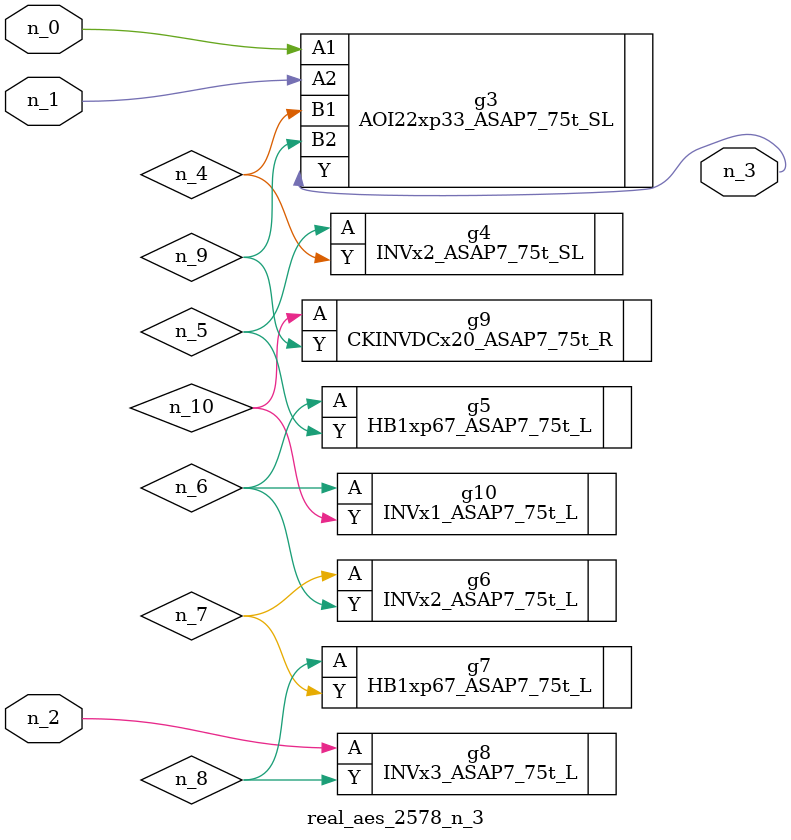
<source format=v>
module real_aes_2578_n_3 (n_0, n_2, n_1, n_3);
input n_0;
input n_2;
input n_1;
output n_3;
wire n_4;
wire n_5;
wire n_7;
wire n_9;
wire n_6;
wire n_8;
wire n_10;
AOI22xp33_ASAP7_75t_SL g3 ( .A1(n_0), .A2(n_1), .B1(n_4), .B2(n_9), .Y(n_3) );
INVx3_ASAP7_75t_L g8 ( .A(n_2), .Y(n_8) );
INVx2_ASAP7_75t_SL g4 ( .A(n_5), .Y(n_4) );
HB1xp67_ASAP7_75t_L g5 ( .A(n_6), .Y(n_5) );
INVx1_ASAP7_75t_L g10 ( .A(n_6), .Y(n_10) );
INVx2_ASAP7_75t_L g6 ( .A(n_7), .Y(n_6) );
HB1xp67_ASAP7_75t_L g7 ( .A(n_8), .Y(n_7) );
CKINVDCx20_ASAP7_75t_R g9 ( .A(n_10), .Y(n_9) );
endmodule
</source>
